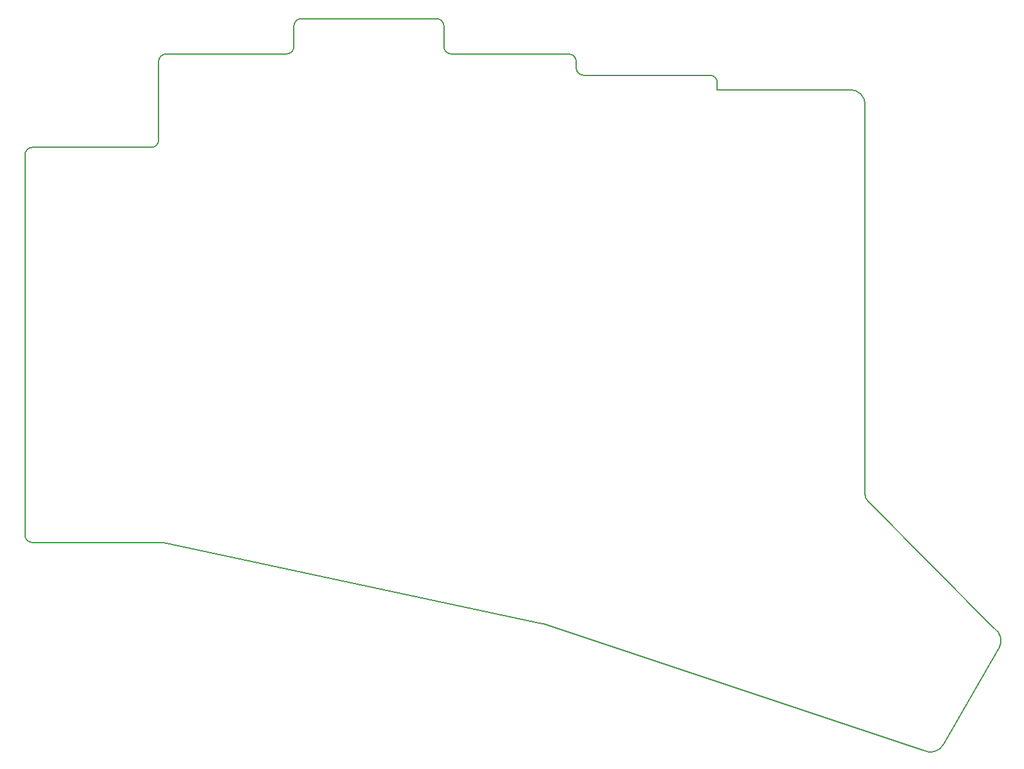
<source format=gbr>
G04 #@! TF.GenerationSoftware,KiCad,Pcbnew,5.1.5+dfsg1-2build2*
G04 #@! TF.CreationDate,2022-10-01T08:21:12+00:00*
G04 #@! TF.ProjectId,board,626f6172-642e-46b6-9963-61645f706362,v1.0.0*
G04 #@! TF.SameCoordinates,Original*
G04 #@! TF.FileFunction,Profile,NP*
%FSLAX46Y46*%
G04 Gerber Fmt 4.6, Leading zero omitted, Abs format (unit mm)*
G04 Created by KiCad (PCBNEW 5.1.5+dfsg1-2build2) date 2022-10-01 08:21:12*
%MOMM*%
%LPD*%
G04 APERTURE LIST*
G04 #@! TA.AperFunction,Profile*
%ADD10C,0.150000*%
G04 #@! TD*
G04 APERTURE END LIST*
D10*
X58900000Y40400000D02*
X76362107Y40400000D01*
X57900000Y41400000D02*
X57900000Y92600000D01*
X58900000Y93600000D02*
X74900000Y93600000D01*
X76900000Y106173000D02*
X93100000Y106173000D01*
X75900000Y94600000D02*
X75900000Y105173000D01*
X95100000Y110935500D02*
X113300000Y110935500D01*
X114300000Y109935500D02*
X114300000Y107173000D01*
X94100000Y107173000D02*
X94100000Y109935500D01*
X115300000Y106173000D02*
X131100000Y106173000D01*
X132100000Y105173000D02*
X132100000Y104315500D01*
X151100000Y101365500D02*
X151100000Y102315500D01*
X133100000Y103315500D02*
X150100000Y103315500D01*
X181522028Y13173828D02*
G75*
G02X178789978Y12441778I-1732050J1000000D01*
G01*
X181522029Y13173828D02*
X189022029Y26164210D01*
X188374085Y28844898D02*
G75*
G02X189022029Y26164210I-1084107J-1680688D01*
G01*
X150100000Y103315500D02*
G75*
G02X151100000Y102315500I0J-1000000D01*
G01*
X133100000Y103315500D02*
G75*
G02X132100000Y104315500I0J1000000D01*
G01*
X131100000Y106173000D02*
G75*
G02X132100000Y105173000I0J-1000000D01*
G01*
X115300000Y106173000D02*
G75*
G02X114300000Y107173000I0J1000000D01*
G01*
X113300000Y110935500D02*
G75*
G02X114300000Y109935500I0J-1000000D01*
G01*
X94100000Y109935500D02*
G75*
G02X95100000Y110935500I1000000J0D01*
G01*
X94100000Y107173000D02*
G75*
G02X93100000Y106173000I-1000000J0D01*
G01*
X75900000Y105173000D02*
G75*
G02X76900000Y106173000I1000000J0D01*
G01*
X75900000Y94600000D02*
G75*
G02X74900000Y93600000I-1000000J0D01*
G01*
X57900000Y92600000D02*
G75*
G02X58900000Y93600000I1000000J0D01*
G01*
X58900000Y40400000D02*
G75*
G02X57900000Y41400000I0J1000000D01*
G01*
X171288969Y46087542D02*
X188205108Y28982080D01*
X178789978Y12441778D02*
X127662129Y29450048D01*
X127555520Y29479080D02*
X76571152Y40377906D01*
X171000000Y46790703D02*
X171000000Y99365500D01*
X169000000Y101365500D02*
G75*
G02X171000000Y99365500I0J-2000000D01*
G01*
X169000000Y101365500D02*
X151100000Y101365500D01*
X76362107Y40400000D02*
G75*
G02X76571152Y40377906I0J-1000000D01*
G01*
X127555520Y29479080D02*
G75*
G02X127662129Y29450048I-209045J-977906D01*
G01*
X188374085Y28844897D02*
G75*
G02X188205108Y28982080I542053J840344D01*
G01*
X171288969Y46087542D02*
G75*
G02X171000000Y46790703I711031J703161D01*
G01*
M02*

</source>
